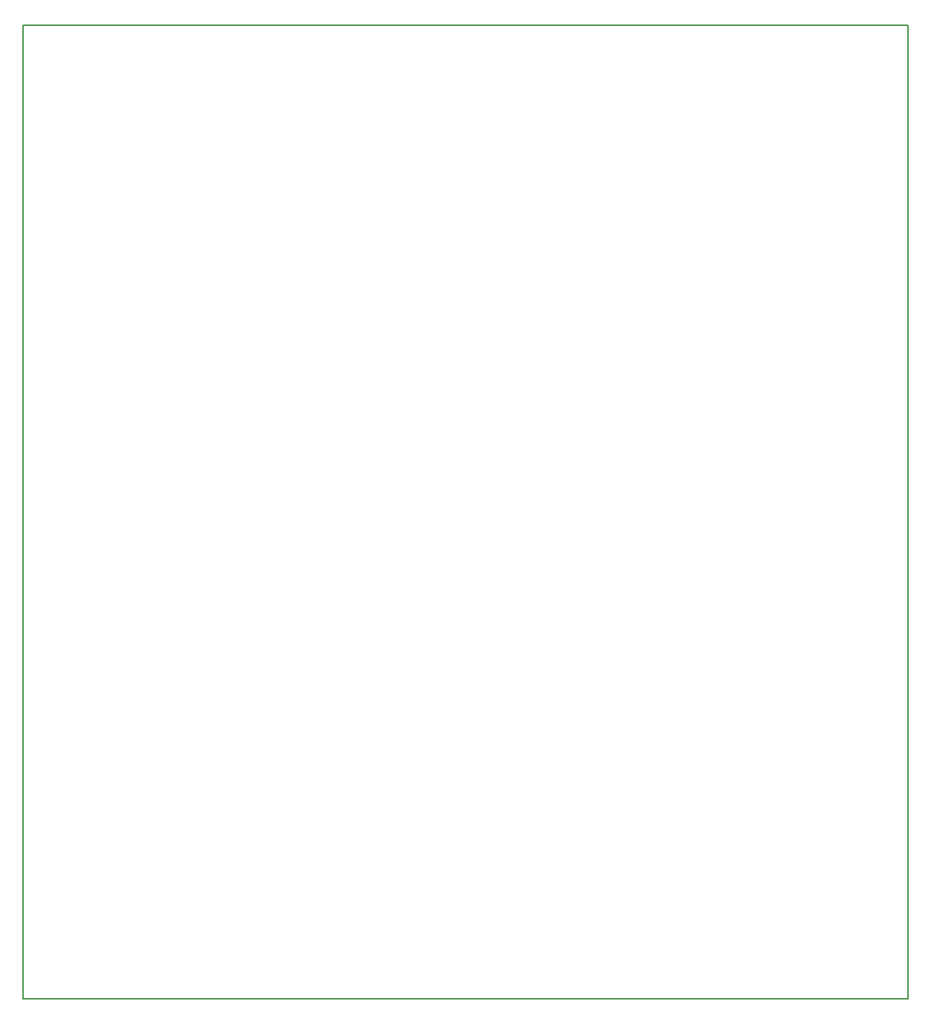
<source format=gko>
G04*
G04 #@! TF.GenerationSoftware,Altium Limited,Altium Designer,23.7.1 (13)*
G04*
G04 Layer_Color=16711935*
%FSTAX44Y44*%
%MOMM*%
G71*
G04*
G04 #@! TF.SameCoordinates,65A94E3A-F732-46F6-9CE8-1871680BC999*
G04*
G04*
G04 #@! TF.FilePolarity,Positive*
G04*
G01*
G75*
%ADD11C,0.2000*%
D11*
X006275Y001715D02*
X01669D01*
Y01316D01*
X006275D02*
X01669D01*
X006275Y001715D02*
Y01316D01*
M02*

</source>
